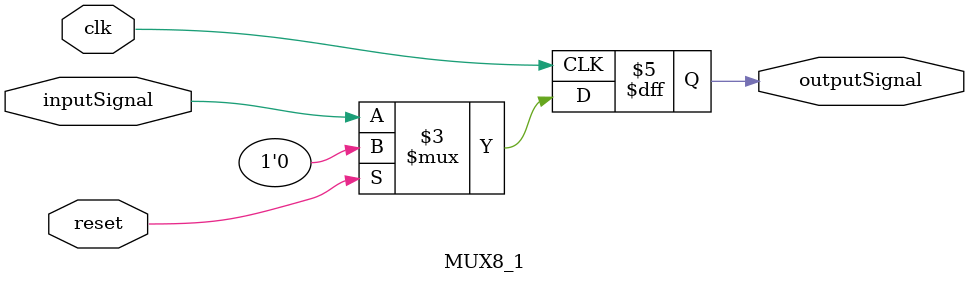
<source format=v>
/**************************************************************************************************
*                  <2019> Interceptor
*          Please refer to license.txt for the 
*          legal contents of this software build
***************************************************************************************************
*Project:          Verilog Modules
*File Name:        dFlip_Flop1_Reset.v
*Description:      This file takes one input, a clock and outputs one signal
***************************************************************************************************
*Change History:
*   Version        Date            Author          Description
*   -------        ----            ------          -----------
*   1.0            17/03/18        Rubber-Duck-999 Creation of file
*
***************************************************************************************************
*Logic table:
*   Input 1    |    Clock      |    Reset      |    Output
*   -----      |    -----      |    -----      |    ------
*   0          |    0          |    0          |    0
*   1          |    1          |    0          |    0
*   1          |    0          |    0          |    1
*   1          |    1          |    0          |    1
*   1          |    0          |    0          |    0
*   1          |    1          |    1          |    0
*   1          |    0          |    0          |    0
*   1          |    1          |    0          |    1
*   0          |    0          |    0          |    1
*   0          |    1          |    0          |    0
*   0          |    0          |    0          |    0
*
***************************************************************************************************
*Parameters:
*   Name              Direction       Description
*   ----              ---------       ----
*   inputSignal       Input           This is the input signal
*   clk               Input           This is the clock signal
*   reset             Input           This is the reset signal
*   outputSignal      Output          This is the output boolean signal 
*
***************************************************************************************************/
module MUX8_1
(
    inputSignal,
	clk,
	reset,
    outputSignal
);

input  inputSignal;
input  clk;
input  reset;

output outputSignal;

reg    outputSignal;

always @(posedge clk)
  begin
    if ( reset )
	  outputSignal <= 1'b0;
	else
	  outputSignal <= inputSignal;
    end
endmodule

</source>
